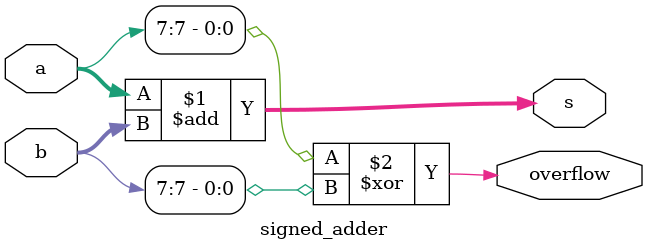
<source format=v>

module signed_adder(input [7:0] a,
    input [7:0] b,
    output [7:0] s,
    output overflow
); 

// The numbers a and b are added to the output s. 
// assign the occurence of the signed overflow of a and b to the output overflow.
// a signed overflow occurs if the most significant bits of a and b are low and the most significant bit of s is high
// a signed overflow may also occur if the most significant bits of a and b are high and the most significant bit of s is low


// The output s is equal to the sum of a and b. 
// The output overflow is equal to the sign of a and b.

assign s = a + b;
assign overflow = a[7] ^ b[7];

endmodule

</source>
